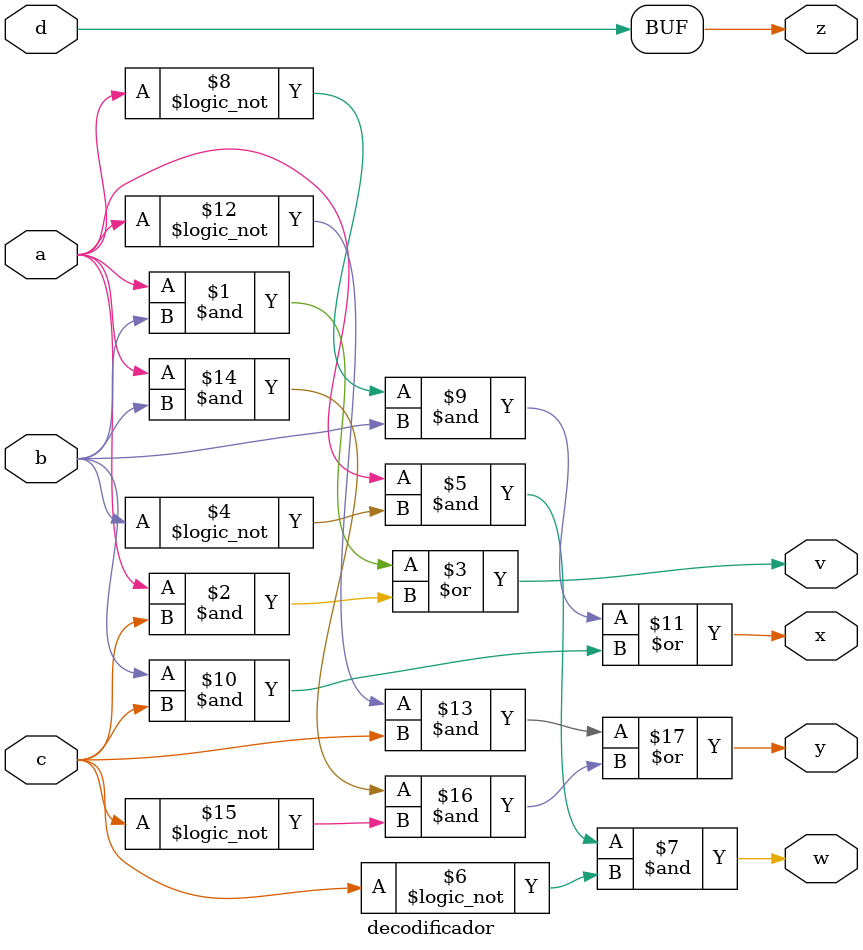
<source format=sv>
module decodificador(input logic a, b, c, d, output logic v, w, x, y, z);
assign v = (a & b ) | (a & c);
assign w = a & !b & !c ;
assign x = (!a & b ) | (b & c);
assign y = (!a & c) | (a & b & !c);
assign z = d;

endmodule
</source>
